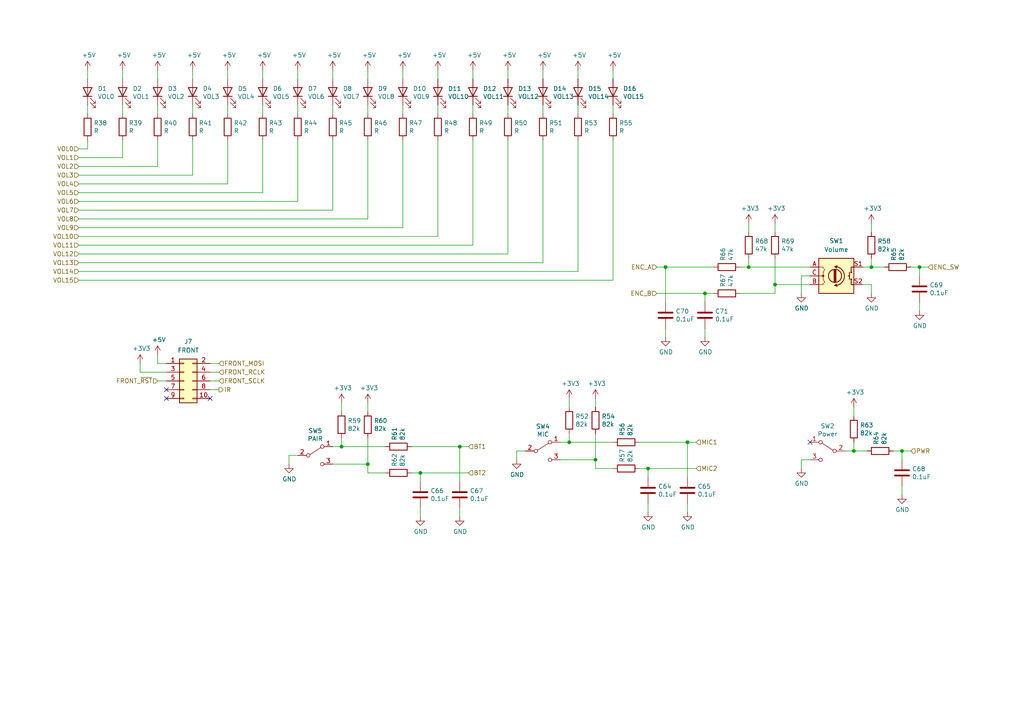
<source format=kicad_sch>
(kicad_sch (version 20201015) (generator eeschema)
  (page 1 7)
  (paper "A4")
  (lib_symbols
    (symbol "Connector_Generic:Conn_02x05_Odd_Even" (pin_names (offset 1.016) hide)
      (property "Reference" "J" (at 1.27 7.62 0))
      (property "Value" "Conn_02x05_Odd_Even" (at 1.27 -7.62 0))
      (symbol "Conn_02x05_Odd_Even_1_1"
        (rectangle (start -1.27 -4.953) (end 0 -5.207) (stroke (width 0.1524)))
        (rectangle (start -1.27 -2.413) (end 0 -2.667) (stroke (width 0.1524)))
        (rectangle (start -1.27 2.667) (end 0 2.413) (stroke (width 0.1524)))
        (rectangle (start -1.27 5.207) (end 0 4.953) (stroke (width 0.1524)))
        (rectangle (start -1.27 6.35) (end 3.81 -6.35) (stroke (width 0.254)) (fill (type background)))
        (rectangle (start -1.27 0.127) (end 0 -0.127) (stroke (width 0.1524)))
        (rectangle (start 3.81 -4.953) (end 2.54 -5.207) (stroke (width 0.1524)))
        (rectangle (start 3.81 -2.413) (end 2.54 -2.667) (stroke (width 0.1524)))
        (rectangle (start 3.81 2.667) (end 2.54 2.413) (stroke (width 0.1524)))
        (rectangle (start 3.81 5.207) (end 2.54 4.953) (stroke (width 0.1524)))
        (rectangle (start 3.81 0.127) (end 2.54 -0.127) (stroke (width 0.1524)))
        (pin passive line (at -5.08 5.08 0) (length 3.81) (name "Pin_1") (number "1"))
        (pin passive line (at 7.62 -5.08 180) (length 3.81) (name "Pin_10") (number "10"))
        (pin passive line (at 7.62 5.08 180) (length 3.81) (name "Pin_2") (number "2"))
        (pin passive line (at -5.08 2.54 0) (length 3.81) (name "Pin_3") (number "3"))
        (pin passive line (at 7.62 2.54 180) (length 3.81) (name "Pin_4") (number "4"))
        (pin passive line (at -5.08 0 0) (length 3.81) (name "Pin_5") (number "5"))
        (pin passive line (at 7.62 0 180) (length 3.81) (name "Pin_6") (number "6"))
        (pin passive line (at -5.08 -2.54 0) (length 3.81) (name "Pin_7") (number "7"))
        (pin passive line (at 7.62 -2.54 180) (length 3.81) (name "Pin_8") (number "8"))
        (pin passive line (at -5.08 -5.08 0) (length 3.81) (name "Pin_9") (number "9"))
      )
    )
    (symbol "Device:C" (pin_numbers hide) (pin_names (offset 0.254))
      (property "Reference" "C" (at 0.635 2.54 0))
      (property "Value" "C" (at 0.635 -2.54 0))
      (symbol "C_0_1"
        (polyline (pts (xy -2.032 -0.762) (xy 2.032 -0.762)) (stroke (width 0.508)))
        (polyline (pts (xy -2.032 0.762) (xy 2.032 0.762)) (stroke (width 0.508)))
      )
      (symbol "C_1_1"
        (pin passive line (at 0 3.81 270) (length 2.794) (name "~") (number "1"))
        (pin passive line (at 0 -3.81 90) (length 2.794) (name "~") (number "2"))
      )
    )
    (symbol "Device:LED" (pin_numbers hide) (pin_names (offset 1.016) hide)
      (property "Reference" "D" (at 0 2.54 0))
      (property "Value" "LED" (at 0 -2.54 0))
      (symbol "LED_0_1"
        (polyline (pts (xy -1.27 -1.27) (xy -1.27 1.27)) (stroke (width 0.254)))
        (polyline (pts (xy -1.27 0) (xy 1.27 0)))
        (polyline (pts (xy 1.27 -1.27) (xy 1.27 1.27) (xy -1.27 0) (xy 1.27 -1.27)) (stroke (width 0.254)))
        (polyline (pts (xy -3.048 -0.762) (xy -4.572 -2.286) (xy -3.81 -2.286) (xy -4.572 -2.286) (xy -4.572 -1.524)))
        (polyline (pts (xy -1.778 -0.762) (xy -3.302 -2.286) (xy -2.54 -2.286) (xy -3.302 -2.286) (xy -3.302 -1.524)))
      )
      (symbol "LED_1_1"
        (pin passive line (at -3.81 0 0) (length 2.54) (name "K") (number "1"))
        (pin passive line (at 3.81 0 180) (length 2.54) (name "A") (number "2"))
      )
    )
    (symbol "Device:R" (pin_numbers hide) (pin_names (offset 0))
      (property "Reference" "R" (at 2.032 0 90))
      (property "Value" "R" (at 0 0 90))
      (symbol "R_0_1"
        (rectangle (start -1.016 -2.54) (end 1.016 2.54) (stroke (width 0.254)))
      )
      (symbol "R_1_1"
        (pin passive line (at 0 3.81 270) (length 1.27) (name "~") (number "1"))
        (pin passive line (at 0 -3.81 90) (length 1.27) (name "~") (number "2"))
      )
    )
    (symbol "Device:RotaryEncoder_Switch" (pin_names (offset 0.254) hide)
      (property "Reference" "SW" (at 0 6.604 0))
      (property "Value" "RotaryEncoder_Switch" (at 0 -6.604 0))
      (symbol "RotaryEncoder_Switch_0_1"
        (arc (start -0.381 -2.794) (end -0.381 2.667) (radius (at -0.381 -0.0508) (length 2.7432) (angles -89.9 89.9)) (stroke (width 0.254)))
        (circle (center -3.81 0) (radius 0.254) (fill (type outline)))
        (circle (center -0.381 0) (radius 1.905) (stroke (width 0.254)))
        (circle (center 4.318 -1.016) (radius 0.127) (stroke (width 0.254)))
        (circle (center 4.318 1.016) (radius 0.127) (stroke (width 0.254)))
        (rectangle (start -5.08 5.08) (end 5.08 -5.08) (stroke (width 0.254)) (fill (type background)))
        (polyline (pts (xy -0.635 -1.778) (xy -0.635 1.778)) (stroke (width 0.254)))
        (polyline (pts (xy -0.381 -1.778) (xy -0.381 1.778)) (stroke (width 0.254)))
        (polyline (pts (xy -0.127 1.778) (xy -0.127 -1.778)) (stroke (width 0.254)))
        (polyline (pts (xy 3.81 0) (xy 3.429 0)) (stroke (width 0.254)))
        (polyline (pts (xy 3.81 1.016) (xy 3.81 -1.016)) (stroke (width 0.254)))
        (polyline (pts (xy -5.08 -2.54) (xy -3.81 -2.54) (xy -3.81 -2.032)))
        (polyline (pts (xy -5.08 2.54) (xy -3.81 2.54) (xy -3.81 2.032)))
        (polyline (pts (xy 0.254 -3.048) (xy -0.508 -2.794) (xy 0.127 -2.413)) (stroke (width 0.254)))
        (polyline (pts (xy 0.254 2.921) (xy -0.508 2.667) (xy 0.127 2.286)) (stroke (width 0.254)))
        (polyline (pts (xy 5.08 -2.54) (xy 4.318 -2.54) (xy 4.318 -1.016)) (stroke (width 0.254)))
        (polyline (pts (xy 5.08 2.54) (xy 4.318 2.54) (xy 4.318 1.016)) (stroke (width 0.254)))
        (polyline (pts (xy -5.08 0) (xy -3.81 0) (xy -3.81 -1.016) (xy -3.302 -2.032)))
        (polyline (pts (xy -4.318 0) (xy -3.81 0) (xy -3.81 1.016) (xy -3.302 2.032)))
      )
      (symbol "RotaryEncoder_Switch_1_1"
        (pin passive line (at -7.62 2.54 0) (length 2.54) (name "A") (number "A"))
        (pin passive line (at -7.62 -2.54 0) (length 2.54) (name "B") (number "B"))
        (pin passive line (at -7.62 0 0) (length 2.54) (name "C") (number "C"))
        (pin passive line (at 7.62 2.54 180) (length 2.54) (name "S1") (number "S1"))
        (pin passive line (at 7.62 -2.54 180) (length 2.54) (name "S2") (number "S2"))
      )
    )
    (symbol "Switch:SW_SPDT" (pin_names (offset 0) hide)
      (property "Reference" "SW" (at 0 4.318 0))
      (property "Value" "SW_SPDT" (at 0 -5.08 0))
      (symbol "SW_SPDT_0_0"
        (circle (center -2.032 0) (radius 0.508))
        (circle (center 2.032 -2.54) (radius 0.508))
      )
      (symbol "SW_SPDT_0_1"
        (circle (center 2.032 2.54) (radius 0.508))
        (polyline (pts (xy -1.524 0.254) (xy 1.651 2.286)))
      )
      (symbol "SW_SPDT_1_1"
        (pin passive line (at 5.08 2.54 180) (length 2.54) (name "A") (number "1"))
        (pin passive line (at -5.08 0 0) (length 2.54) (name "B") (number "2"))
        (pin passive line (at 5.08 -2.54 180) (length 2.54) (name "C") (number "3"))
      )
    )
    (symbol "power:+3V3" (power) (pin_names (offset 0))
      (property "Value" "+3V3" (at 0 3.556 0))
      (symbol "+3V3_0_1"
        (polyline (pts (xy -0.762 1.27) (xy 0 2.54)))
        (polyline (pts (xy 0 0) (xy 0 2.54)))
        (polyline (pts (xy 0 2.54) (xy 0.762 1.27)))
      )
      (symbol "+3V3_1_1"
        (pin power_in line (at 0 0 90) (length 0) hide (name "+3V3") (number "1"))
      )
    )
    (symbol "power:+5V" (power) (pin_names (offset 0))
      (property "Value" "+5V" (at 0 3.556 0))
      (symbol "+5V_0_1"
        (polyline (pts (xy -0.762 1.27) (xy 0 2.54)))
        (polyline (pts (xy 0 0) (xy 0 2.54)))
        (polyline (pts (xy 0 2.54) (xy 0.762 1.27)))
      )
      (symbol "+5V_1_1"
        (pin power_in line (at 0 0 90) (length 0) hide (name "+5V") (number "1"))
      )
    )
    (symbol "power:GND" (power) (pin_names (offset 0))
      (property "Value" "GND" (at 0 -3.81 0))
      (symbol "GND_0_1"
        (polyline (pts (xy 0 0) (xy 0 -1.27) (xy 1.27 -1.27) (xy 0 -2.54) (xy -1.27 -1.27) (xy 0 -1.27)))
      )
      (symbol "GND_1_1"
        (pin power_in line (at 0 0 270) (length 0) hide (name "GND") (number "1"))
      )
    )
  )
  (junction (at 99.06 129.54) (diameter 0.9144))
  (junction (at 106.68 134.62) (diameter 0.9144))
  (junction (at 121.92 137.16) (diameter 0.9144))
  (junction (at 133.35 129.54) (diameter 0.9144))
  (junction (at 165.1 128.27) (diameter 0.9144))
  (junction (at 172.72 133.35) (diameter 0.9144))
  (junction (at 187.96 135.89) (diameter 0.9144))
  (junction (at 193.04 77.47) (diameter 0.9144))
  (junction (at 199.39 128.27) (diameter 0.9144))
  (junction (at 204.47 85.09) (diameter 0.9144))
  (junction (at 217.17 77.47) (diameter 0.9144))
  (junction (at 224.79 82.55) (diameter 0.9144))
  (junction (at 247.65 130.81) (diameter 0.9144))
  (junction (at 252.73 77.47) (diameter 0.9144))
  (junction (at 261.62 130.81) (diameter 0.9144))
  (junction (at 266.7 77.47) (diameter 0.9144))
  (no_connect (at 234.95 128.27))
  (no_connect (at 48.26 113.03))
  (no_connect (at 48.26 115.57))
  (no_connect (at 60.96 115.57))
  (wire (pts (xy 22.86 43.18) (xy 25.4 43.18)))
  (wire (pts (xy 22.86 45.72) (xy 35.56 45.72)))
  (wire (pts (xy 22.86 48.26) (xy 45.72 48.26)))
  (wire (pts (xy 22.86 50.8) (xy 55.88 50.8)))
  (wire (pts (xy 22.86 53.34) (xy 66.04 53.34)))
  (wire (pts (xy 22.86 55.88) (xy 76.2 55.88)))
  (wire (pts (xy 22.86 58.42) (xy 86.36 58.42)))
  (wire (pts (xy 22.86 60.96) (xy 96.52 60.96)))
  (wire (pts (xy 22.86 66.04) (xy 116.84 66.04)))
  (wire (pts (xy 22.86 71.12) (xy 137.16 71.12)))
  (wire (pts (xy 22.86 76.2) (xy 157.48 76.2)))
  (wire (pts (xy 22.86 78.74) (xy 167.64 78.74)))
  (wire (pts (xy 22.86 81.28) (xy 177.8 81.28)))
  (wire (pts (xy 25.4 20.32) (xy 25.4 22.86)))
  (wire (pts (xy 25.4 30.48) (xy 25.4 33.02)))
  (wire (pts (xy 25.4 43.18) (xy 25.4 40.64)))
  (wire (pts (xy 35.56 20.32) (xy 35.56 22.86)))
  (wire (pts (xy 35.56 30.48) (xy 35.56 33.02)))
  (wire (pts (xy 35.56 45.72) (xy 35.56 40.64)))
  (wire (pts (xy 40.64 105.41) (xy 40.64 107.95)))
  (wire (pts (xy 40.64 107.95) (xy 48.26 107.95)))
  (wire (pts (xy 45.72 20.32) (xy 45.72 22.86)))
  (wire (pts (xy 45.72 30.48) (xy 45.72 33.02)))
  (wire (pts (xy 45.72 48.26) (xy 45.72 40.64)))
  (wire (pts (xy 45.72 102.87) (xy 45.72 105.41)))
  (wire (pts (xy 45.72 105.41) (xy 48.26 105.41)))
  (wire (pts (xy 45.72 110.49) (xy 48.26 110.49)))
  (wire (pts (xy 55.88 20.32) (xy 55.88 22.86)))
  (wire (pts (xy 55.88 30.48) (xy 55.88 33.02)))
  (wire (pts (xy 55.88 50.8) (xy 55.88 40.64)))
  (wire (pts (xy 60.96 105.41) (xy 63.5 105.41)))
  (wire (pts (xy 60.96 107.95) (xy 63.5 107.95)))
  (wire (pts (xy 60.96 110.49) (xy 63.5 110.49)))
  (wire (pts (xy 60.96 113.03) (xy 63.5 113.03)))
  (wire (pts (xy 66.04 20.32) (xy 66.04 22.86)))
  (wire (pts (xy 66.04 30.48) (xy 66.04 33.02)))
  (wire (pts (xy 66.04 53.34) (xy 66.04 40.64)))
  (wire (pts (xy 76.2 20.32) (xy 76.2 22.86)))
  (wire (pts (xy 76.2 30.48) (xy 76.2 33.02)))
  (wire (pts (xy 76.2 55.88) (xy 76.2 40.64)))
  (wire (pts (xy 83.82 132.08) (xy 83.82 134.62)))
  (wire (pts (xy 83.82 132.08) (xy 86.36 132.08)))
  (wire (pts (xy 86.36 20.32) (xy 86.36 22.86)))
  (wire (pts (xy 86.36 30.48) (xy 86.36 33.02)))
  (wire (pts (xy 86.36 58.42) (xy 86.36 40.64)))
  (wire (pts (xy 96.52 20.32) (xy 96.52 22.86)))
  (wire (pts (xy 96.52 30.48) (xy 96.52 33.02)))
  (wire (pts (xy 96.52 60.96) (xy 96.52 40.64)))
  (wire (pts (xy 96.52 129.54) (xy 99.06 129.54)))
  (wire (pts (xy 96.52 134.62) (xy 106.68 134.62)))
  (wire (pts (xy 99.06 116.84) (xy 99.06 119.38)))
  (wire (pts (xy 99.06 127) (xy 99.06 129.54)))
  (wire (pts (xy 99.06 129.54) (xy 111.76 129.54)))
  (wire (pts (xy 106.68 20.32) (xy 106.68 22.86)))
  (wire (pts (xy 106.68 30.48) (xy 106.68 33.02)))
  (wire (pts (xy 106.68 40.64) (xy 106.68 63.5)))
  (wire (pts (xy 106.68 63.5) (xy 22.86 63.5)))
  (wire (pts (xy 106.68 116.84) (xy 106.68 119.38)))
  (wire (pts (xy 106.68 134.62) (xy 106.68 127)))
  (wire (pts (xy 106.68 134.62) (xy 106.68 137.16)))
  (wire (pts (xy 106.68 137.16) (xy 111.76 137.16)))
  (wire (pts (xy 116.84 20.32) (xy 116.84 22.86)))
  (wire (pts (xy 116.84 30.48) (xy 116.84 33.02)))
  (wire (pts (xy 116.84 66.04) (xy 116.84 40.64)))
  (wire (pts (xy 121.92 137.16) (xy 119.38 137.16)))
  (wire (pts (xy 121.92 137.16) (xy 135.89 137.16)))
  (wire (pts (xy 121.92 139.7) (xy 121.92 137.16)))
  (wire (pts (xy 121.92 147.32) (xy 121.92 149.86)))
  (wire (pts (xy 127 20.32) (xy 127 22.86)))
  (wire (pts (xy 127 30.48) (xy 127 33.02)))
  (wire (pts (xy 127 40.64) (xy 127 68.58)))
  (wire (pts (xy 127 68.58) (xy 22.86 68.58)))
  (wire (pts (xy 133.35 129.54) (xy 119.38 129.54)))
  (wire (pts (xy 133.35 129.54) (xy 135.89 129.54)))
  (wire (pts (xy 133.35 139.7) (xy 133.35 129.54)))
  (wire (pts (xy 133.35 147.32) (xy 133.35 149.86)))
  (wire (pts (xy 137.16 20.32) (xy 137.16 22.86)))
  (wire (pts (xy 137.16 30.48) (xy 137.16 33.02)))
  (wire (pts (xy 137.16 71.12) (xy 137.16 40.64)))
  (wire (pts (xy 147.32 20.32) (xy 147.32 22.86)))
  (wire (pts (xy 147.32 30.48) (xy 147.32 33.02)))
  (wire (pts (xy 147.32 40.64) (xy 147.32 73.66)))
  (wire (pts (xy 147.32 73.66) (xy 22.86 73.66)))
  (wire (pts (xy 149.86 130.81) (xy 149.86 133.35)))
  (wire (pts (xy 149.86 130.81) (xy 152.4 130.81)))
  (wire (pts (xy 157.48 20.32) (xy 157.48 22.86)))
  (wire (pts (xy 157.48 30.48) (xy 157.48 33.02)))
  (wire (pts (xy 157.48 76.2) (xy 157.48 40.64)))
  (wire (pts (xy 162.56 128.27) (xy 165.1 128.27)))
  (wire (pts (xy 162.56 133.35) (xy 172.72 133.35)))
  (wire (pts (xy 165.1 115.57) (xy 165.1 118.11)))
  (wire (pts (xy 165.1 125.73) (xy 165.1 128.27)))
  (wire (pts (xy 165.1 128.27) (xy 177.8 128.27)))
  (wire (pts (xy 167.64 20.32) (xy 167.64 22.86)))
  (wire (pts (xy 167.64 30.48) (xy 167.64 33.02)))
  (wire (pts (xy 167.64 78.74) (xy 167.64 40.64)))
  (wire (pts (xy 172.72 115.57) (xy 172.72 118.11)))
  (wire (pts (xy 172.72 133.35) (xy 172.72 125.73)))
  (wire (pts (xy 172.72 133.35) (xy 172.72 135.89)))
  (wire (pts (xy 172.72 135.89) (xy 177.8 135.89)))
  (wire (pts (xy 177.8 20.32) (xy 177.8 22.86)))
  (wire (pts (xy 177.8 30.48) (xy 177.8 33.02)))
  (wire (pts (xy 177.8 81.28) (xy 177.8 40.64)))
  (wire (pts (xy 187.96 135.89) (xy 185.42 135.89)))
  (wire (pts (xy 187.96 135.89) (xy 201.93 135.89)))
  (wire (pts (xy 187.96 138.43) (xy 187.96 135.89)))
  (wire (pts (xy 187.96 146.05) (xy 187.96 148.59)))
  (wire (pts (xy 190.5 77.47) (xy 193.04 77.47)))
  (wire (pts (xy 190.5 85.09) (xy 204.47 85.09)))
  (wire (pts (xy 193.04 77.47) (xy 193.04 87.63)))
  (wire (pts (xy 193.04 77.47) (xy 207.01 77.47)))
  (wire (pts (xy 193.04 95.25) (xy 193.04 97.79)))
  (wire (pts (xy 199.39 128.27) (xy 185.42 128.27)))
  (wire (pts (xy 199.39 128.27) (xy 201.93 128.27)))
  (wire (pts (xy 199.39 138.43) (xy 199.39 128.27)))
  (wire (pts (xy 199.39 146.05) (xy 199.39 148.59)))
  (wire (pts (xy 204.47 85.09) (xy 204.47 87.63)))
  (wire (pts (xy 204.47 85.09) (xy 207.01 85.09)))
  (wire (pts (xy 204.47 95.25) (xy 204.47 97.79)))
  (wire (pts (xy 214.63 77.47) (xy 217.17 77.47)))
  (wire (pts (xy 217.17 64.77) (xy 217.17 67.31)))
  (wire (pts (xy 217.17 77.47) (xy 217.17 74.93)))
  (wire (pts (xy 217.17 77.47) (xy 234.95 77.47)))
  (wire (pts (xy 224.79 64.77) (xy 224.79 67.31)))
  (wire (pts (xy 224.79 74.93) (xy 224.79 82.55)))
  (wire (pts (xy 224.79 82.55) (xy 224.79 85.09)))
  (wire (pts (xy 224.79 82.55) (xy 234.95 82.55)))
  (wire (pts (xy 224.79 85.09) (xy 214.63 85.09)))
  (wire (pts (xy 232.41 80.01) (xy 232.41 85.09)))
  (wire (pts (xy 232.41 80.01) (xy 234.95 80.01)))
  (wire (pts (xy 232.41 133.35) (xy 232.41 135.89)))
  (wire (pts (xy 232.41 133.35) (xy 234.95 133.35)))
  (wire (pts (xy 245.11 130.81) (xy 247.65 130.81)))
  (wire (pts (xy 247.65 118.11) (xy 247.65 120.65)))
  (wire (pts (xy 247.65 128.27) (xy 247.65 130.81)))
  (wire (pts (xy 247.65 130.81) (xy 251.46 130.81)))
  (wire (pts (xy 250.19 77.47) (xy 252.73 77.47)))
  (wire (pts (xy 250.19 82.55) (xy 252.73 82.55)))
  (wire (pts (xy 252.73 64.77) (xy 252.73 67.31)))
  (wire (pts (xy 252.73 74.93) (xy 252.73 77.47)))
  (wire (pts (xy 252.73 77.47) (xy 256.54 77.47)))
  (wire (pts (xy 252.73 82.55) (xy 252.73 85.09)))
  (wire (pts (xy 261.62 130.81) (xy 259.08 130.81)))
  (wire (pts (xy 261.62 130.81) (xy 264.16 130.81)))
  (wire (pts (xy 261.62 133.35) (xy 261.62 130.81)))
  (wire (pts (xy 261.62 140.97) (xy 261.62 143.51)))
  (wire (pts (xy 266.7 77.47) (xy 264.16 77.47)))
  (wire (pts (xy 266.7 77.47) (xy 269.24 77.47)))
  (wire (pts (xy 266.7 80.01) (xy 266.7 77.47)))
  (wire (pts (xy 266.7 87.63) (xy 266.7 90.17)))
  (hierarchical_label "VOL0" (shape input) (at 22.86 43.18 180))
  (hierarchical_label "VOL1" (shape input) (at 22.86 45.72 180))
  (hierarchical_label "VOL2" (shape input) (at 22.86 48.26 180))
  (hierarchical_label "VOL3" (shape input) (at 22.86 50.8 180))
  (hierarchical_label "VOL4" (shape input) (at 22.86 53.34 180))
  (hierarchical_label "VOL5" (shape input) (at 22.86 55.88 180))
  (hierarchical_label "VOL6" (shape input) (at 22.86 58.42 180))
  (hierarchical_label "VOL7" (shape input) (at 22.86 60.96 180))
  (hierarchical_label "VOL8" (shape input) (at 22.86 63.5 180))
  (hierarchical_label "VOL9" (shape input) (at 22.86 66.04 180))
  (hierarchical_label "VOL10" (shape input) (at 22.86 68.58 180))
  (hierarchical_label "VOL11" (shape input) (at 22.86 71.12 180))
  (hierarchical_label "VOL12" (shape input) (at 22.86 73.66 180))
  (hierarchical_label "VOL13" (shape input) (at 22.86 76.2 180))
  (hierarchical_label "VOL14" (shape input) (at 22.86 78.74 180))
  (hierarchical_label "VOL15" (shape input) (at 22.86 81.28 180))
  (hierarchical_label "FRONT_~RST" (shape input) (at 45.72 110.49 180))
  (hierarchical_label "FRONT_MOSI" (shape input) (at 63.5 105.41 0))
  (hierarchical_label "FRONT_RCLK" (shape input) (at 63.5 107.95 0))
  (hierarchical_label "FRONT_SCLK" (shape input) (at 63.5 110.49 0))
  (hierarchical_label "IR" (shape output) (at 63.5 113.03 0))
  (hierarchical_label "BT1" (shape input) (at 135.89 129.54 0))
  (hierarchical_label "BT2" (shape input) (at 135.89 137.16 0))
  (hierarchical_label "ENC_A" (shape input) (at 190.5 77.47 180))
  (hierarchical_label "ENC_B" (shape input) (at 190.5 85.09 180))
  (hierarchical_label "MIC1" (shape input) (at 201.93 128.27 0))
  (hierarchical_label "MIC2" (shape input) (at 201.93 135.89 0))
  (hierarchical_label "PWR" (shape input) (at 264.16 130.81 0))
  (hierarchical_label "ENC_SW" (shape input) (at 269.24 77.47 0))
  (symbol (lib_id "power:+5V") (at 25.4 20.32 0) (unit 1)
    (property "Reference" "#PWR0193" (effects hide))
    (property "Value" "+5V" (at 25.7683 15.9956 0))
  )
  (symbol (lib_id "power:+5V") (at 35.56 20.32 0) (unit 1)
    (property "Reference" "#PWR0194" (effects hide))
    (property "Value" "+5V" (at 35.9283 15.9956 0))
  )
  (symbol (lib_id "power:+3V3") (at 40.64 105.41 0) (unit 1)
    (property "Reference" "#PWR0214" (effects hide))
    (property "Value" "+3V3" (at 41.0083 101.0856 0))
  )
  (symbol (lib_id "power:+5V") (at 45.72 20.32 0) (unit 1)
    (property "Reference" "#PWR0190" (effects hide))
    (property "Value" "+5V" (at 46.0883 15.9956 0))
  )
  (symbol (lib_id "power:+5V") (at 45.72 102.87 0) (unit 1)
    (property "Reference" "#PWR0215" (effects hide))
    (property "Value" "+5V" (at 46.0883 98.5456 0))
  )
  (symbol (lib_id "power:+5V") (at 55.88 20.32 0) (unit 1)
    (property "Reference" "#PWR0188" (effects hide))
    (property "Value" "+5V" (at 56.2483 15.9956 0))
  )
  (symbol (lib_id "power:+5V") (at 66.04 20.32 0) (unit 1)
    (property "Reference" "#PWR0189" (effects hide))
    (property "Value" "+5V" (at 66.4083 15.9956 0))
  )
  (symbol (lib_id "power:+5V") (at 76.2 20.32 0) (unit 1)
    (property "Reference" "#PWR0186" (effects hide))
    (property "Value" "+5V" (at 76.5683 15.9956 0))
  )
  (symbol (lib_id "power:+5V") (at 86.36 20.32 0) (unit 1)
    (property "Reference" "#PWR0187" (effects hide))
    (property "Value" "+5V" (at 86.7283 15.9956 0))
  )
  (symbol (lib_id "power:+5V") (at 96.52 20.32 0) (unit 1)
    (property "Reference" "#PWR0192" (effects hide))
    (property "Value" "+5V" (at 96.8883 15.9956 0))
  )
  (symbol (lib_id "power:+3V3") (at 99.06 116.84 0) (unit 1)
    (property "Reference" "#PWR0203" (effects hide))
    (property "Value" "+3V3" (at 99.4283 112.5156 0))
  )
  (symbol (lib_id "power:+5V") (at 106.68 20.32 0) (unit 1)
    (property "Reference" "#PWR0191" (effects hide))
    (property "Value" "+5V" (at 107.0483 15.9956 0))
  )
  (symbol (lib_id "power:+3V3") (at 106.68 116.84 0) (unit 1)
    (property "Reference" "#PWR0202" (effects hide))
    (property "Value" "+3V3" (at 107.0483 112.5156 0))
  )
  (symbol (lib_id "power:+5V") (at 116.84 20.32 0) (unit 1)
    (property "Reference" "#PWR0183" (effects hide))
    (property "Value" "+5V" (at 117.2083 15.9956 0))
  )
  (symbol (lib_id "power:+5V") (at 127 20.32 0) (unit 1)
    (property "Reference" "#PWR0185" (effects hide))
    (property "Value" "+5V" (at 127.3683 15.9956 0))
  )
  (symbol (lib_id "power:+5V") (at 137.16 20.32 0) (unit 1)
    (property "Reference" "#PWR0184" (effects hide))
    (property "Value" "+5V" (at 137.5283 15.9956 0))
  )
  (symbol (lib_id "power:+5V") (at 147.32 20.32 0) (unit 1)
    (property "Reference" "#PWR0179" (effects hide))
    (property "Value" "+5V" (at 147.6883 15.9956 0))
  )
  (symbol (lib_id "power:+5V") (at 157.48 20.32 0) (unit 1)
    (property "Reference" "#PWR0180" (effects hide))
    (property "Value" "+5V" (at 157.8483 15.9956 0))
  )
  (symbol (lib_id "power:+3V3") (at 165.1 115.57 0) (unit 1)
    (property "Reference" "#PWR0195" (effects hide))
    (property "Value" "+3V3" (at 165.4683 111.2456 0))
  )
  (symbol (lib_id "power:+5V") (at 167.64 20.32 0) (unit 1)
    (property "Reference" "#PWR0181" (effects hide))
    (property "Value" "+5V" (at 168.0083 15.9956 0))
  )
  (symbol (lib_id "power:+3V3") (at 172.72 115.57 0) (unit 1)
    (property "Reference" "#PWR0196" (effects hide))
    (property "Value" "+3V3" (at 173.0883 111.2456 0))
  )
  (symbol (lib_id "power:+5V") (at 177.8 20.32 0) (unit 1)
    (property "Reference" "#PWR0182" (effects hide))
    (property "Value" "+5V" (at 178.1683 15.9956 0))
  )
  (symbol (lib_id "power:+3V3") (at 217.17 64.77 0) (unit 1)
    (property "Reference" "#PWR0210" (effects hide))
    (property "Value" "+3V3" (at 217.5383 60.4456 0))
  )
  (symbol (lib_id "power:+3V3") (at 224.79 64.77 0) (unit 1)
    (property "Reference" "#PWR0211" (effects hide))
    (property "Value" "+3V3" (at 225.1583 60.4456 0))
  )
  (symbol (lib_id "power:+3V3") (at 247.65 118.11 0) (unit 1)
    (property "Reference" "#PWR0206" (effects hide))
    (property "Value" "+3V3" (at 248.0183 113.7856 0))
  )
  (symbol (lib_id "power:+3V3") (at 252.73 64.77 0) (unit 1)
    (property "Reference" "#PWR0207" (effects hide))
    (property "Value" "+3V3" (at 253.0983 60.4456 0))
  )
  (symbol (lib_id "power:GND") (at 83.82 134.62 0) (unit 1)
    (property "Reference" "#PWR0178" (effects hide))
    (property "Value" "GND" (at 83.9343 138.9444 0))
  )
  (symbol (lib_id "power:GND") (at 121.92 149.86 0) (unit 1)
    (property "Reference" "#PWR0197" (effects hide))
    (property "Value" "GND" (at 122.0343 154.1844 0))
  )
  (symbol (lib_id "power:GND") (at 133.35 149.86 0) (unit 1)
    (property "Reference" "#PWR0201" (effects hide))
    (property "Value" "GND" (at 133.4643 154.1844 0))
  )
  (symbol (lib_id "power:GND") (at 149.86 133.35 0) (unit 1)
    (property "Reference" "#PWR0162" (effects hide))
    (property "Value" "GND" (at 149.9743 137.6744 0))
  )
  (symbol (lib_id "power:GND") (at 187.96 148.59 0) (unit 1)
    (property "Reference" "#PWR0199" (effects hide))
    (property "Value" "GND" (at 188.0743 152.9144 0))
  )
  (symbol (lib_id "power:GND") (at 193.04 97.79 0) (unit 1)
    (property "Reference" "#PWR0213" (effects hide))
    (property "Value" "GND" (at 193.1543 102.1144 0))
  )
  (symbol (lib_id "power:GND") (at 199.39 148.59 0) (unit 1)
    (property "Reference" "#PWR0200" (effects hide))
    (property "Value" "GND" (at 199.5043 152.9144 0))
  )
  (symbol (lib_id "power:GND") (at 204.47 97.79 0) (unit 1)
    (property "Reference" "#PWR0212" (effects hide))
    (property "Value" "GND" (at 204.5843 102.1144 0))
  )
  (symbol (lib_id "power:GND") (at 232.41 85.09 0) (unit 1)
    (property "Reference" "#PWR0198" (effects hide))
    (property "Value" "GND" (at 232.5243 89.4144 0))
  )
  (symbol (lib_id "power:GND") (at 232.41 135.89 0) (unit 1)
    (property "Reference" "#PWR0204" (effects hide))
    (property "Value" "GND" (at 232.5243 140.2144 0))
  )
  (symbol (lib_id "power:GND") (at 252.73 85.09 0) (unit 1)
    (property "Reference" "#PWR0208" (effects hide))
    (property "Value" "GND" (at 252.8443 89.4144 0))
  )
  (symbol (lib_id "power:GND") (at 261.62 143.51 0) (unit 1)
    (property "Reference" "#PWR0205" (effects hide))
    (property "Value" "GND" (at 261.7343 147.8344 0))
  )
  (symbol (lib_id "power:GND") (at 266.7 90.17 0) (unit 1)
    (property "Reference" "#PWR0209" (effects hide))
    (property "Value" "GND" (at 266.8143 94.4944 0))
  )
  (symbol (lib_id "Device:R") (at 25.4 36.83 0) (unit 1)
    (property "Reference" "R38" (at 27.1781 35.6806 0) (effects (justify left)))
    (property "Value" "R" (at 27.1781 37.9793 0) (effects (justify left)))
    (property "Footprint" "Resistor_SMD:R_0603_1608Metric" (effects hide))
  )
  (symbol (lib_id "Device:R") (at 35.56 36.83 0) (unit 1)
    (property "Reference" "R39" (at 37.3381 35.6806 0) (effects (justify left)))
    (property "Value" "R" (at 37.3381 37.9793 0) (effects (justify left)))
    (property "Footprint" "Resistor_SMD:R_0603_1608Metric" (effects hide))
  )
  (symbol (lib_id "Device:R") (at 45.72 36.83 0) (unit 1)
    (property "Reference" "R40" (at 47.4981 35.6806 0) (effects (justify left)))
    (property "Value" "R" (at 47.4981 37.9793 0) (effects (justify left)))
    (property "Footprint" "Resistor_SMD:R_0603_1608Metric" (effects hide))
  )
  (symbol (lib_id "Device:R") (at 55.88 36.83 0) (unit 1)
    (property "Reference" "R41" (at 57.6581 35.6806 0) (effects (justify left)))
    (property "Value" "R" (at 57.6581 37.9793 0) (effects (justify left)))
    (property "Footprint" "Resistor_SMD:R_0603_1608Metric" (effects hide))
  )
  (symbol (lib_id "Device:R") (at 66.04 36.83 0) (unit 1)
    (property "Reference" "R42" (at 67.8181 35.6806 0) (effects (justify left)))
    (property "Value" "R" (at 67.8181 37.9793 0) (effects (justify left)))
    (property "Footprint" "Resistor_SMD:R_0603_1608Metric" (effects hide))
  )
  (symbol (lib_id "Device:R") (at 76.2 36.83 0) (unit 1)
    (property "Reference" "R43" (at 77.9781 35.6806 0) (effects (justify left)))
    (property "Value" "R" (at 77.9781 37.9793 0) (effects (justify left)))
    (property "Footprint" "Resistor_SMD:R_0603_1608Metric" (effects hide))
  )
  (symbol (lib_id "Device:R") (at 86.36 36.83 0) (unit 1)
    (property "Reference" "R44" (at 88.1381 35.6806 0) (effects (justify left)))
    (property "Value" "R" (at 88.1381 37.9793 0) (effects (justify left)))
    (property "Footprint" "Resistor_SMD:R_0603_1608Metric" (effects hide))
  )
  (symbol (lib_id "Device:R") (at 96.52 36.83 0) (unit 1)
    (property "Reference" "R45" (at 98.2981 35.6806 0) (effects (justify left)))
    (property "Value" "R" (at 98.2981 37.9793 0) (effects (justify left)))
    (property "Footprint" "Resistor_SMD:R_0603_1608Metric" (effects hide))
  )
  (symbol (lib_id "Device:R") (at 99.06 123.19 0) (unit 1)
    (property "Reference" "R59" (at 100.8381 122.0406 0) (effects (justify left)))
    (property "Value" "82k" (at 100.838 124.339 0) (effects (justify left)))
    (property "Footprint" "Resistor_SMD:R_0603_1608Metric" (effects hide))
  )
  (symbol (lib_id "Device:R") (at 106.68 36.83 0) (unit 1)
    (property "Reference" "R46" (at 108.4581 35.6806 0) (effects (justify left)))
    (property "Value" "R" (at 108.4581 37.9793 0) (effects (justify left)))
    (property "Footprint" "Resistor_SMD:R_0603_1608Metric" (effects hide))
  )
  (symbol (lib_id "Device:R") (at 106.68 123.19 0) (unit 1)
    (property "Reference" "R60" (at 108.4581 122.0406 0) (effects (justify left)))
    (property "Value" "82k" (at 108.458 124.339 0) (effects (justify left)))
    (property "Footprint" "Resistor_SMD:R_0603_1608Metric" (effects hide))
  )
  (symbol (lib_id "Device:R") (at 115.57 129.54 90) (unit 1)
    (property "Reference" "R61" (at 114.4206 127.7619 0) (effects (justify left)))
    (property "Value" "82k" (at 116.719 127.762 0) (effects (justify left)))
    (property "Footprint" "Resistor_SMD:R_0603_1608Metric" (effects hide))
  )
  (symbol (lib_id "Device:R") (at 115.57 137.16 90) (unit 1)
    (property "Reference" "R62" (at 114.4206 135.3819 0) (effects (justify left)))
    (property "Value" "82k" (at 116.719 135.382 0) (effects (justify left)))
    (property "Footprint" "Resistor_SMD:R_0603_1608Metric" (effects hide))
  )
  (symbol (lib_id "Device:R") (at 116.84 36.83 0) (unit 1)
    (property "Reference" "R47" (at 118.6181 35.6806 0) (effects (justify left)))
    (property "Value" "R" (at 118.6181 37.9793 0) (effects (justify left)))
    (property "Footprint" "Resistor_SMD:R_0603_1608Metric" (effects hide))
  )
  (symbol (lib_id "Device:R") (at 127 36.83 0) (unit 1)
    (property "Reference" "R48" (at 128.7781 35.6806 0) (effects (justify left)))
    (property "Value" "R" (at 128.7781 37.9793 0) (effects (justify left)))
    (property "Footprint" "Resistor_SMD:R_0603_1608Metric" (effects hide))
  )
  (symbol (lib_id "Device:R") (at 137.16 36.83 0) (unit 1)
    (property "Reference" "R49" (at 138.9381 35.6806 0) (effects (justify left)))
    (property "Value" "R" (at 138.9381 37.9793 0) (effects (justify left)))
    (property "Footprint" "Resistor_SMD:R_0603_1608Metric" (effects hide))
  )
  (symbol (lib_id "Device:R") (at 147.32 36.83 0) (unit 1)
    (property "Reference" "R50" (at 149.0981 35.6806 0) (effects (justify left)))
    (property "Value" "R" (at 149.0981 37.9793 0) (effects (justify left)))
    (property "Footprint" "Resistor_SMD:R_0603_1608Metric" (effects hide))
  )
  (symbol (lib_id "Device:R") (at 157.48 36.83 0) (unit 1)
    (property "Reference" "R51" (at 159.2581 35.6806 0) (effects (justify left)))
    (property "Value" "R" (at 159.2581 37.9793 0) (effects (justify left)))
    (property "Footprint" "Resistor_SMD:R_0603_1608Metric" (effects hide))
  )
  (symbol (lib_id "Device:R") (at 165.1 121.92 0) (unit 1)
    (property "Reference" "R52" (at 166.8781 120.7706 0) (effects (justify left)))
    (property "Value" "82k" (at 166.878 123.069 0) (effects (justify left)))
    (property "Footprint" "Resistor_SMD:R_0603_1608Metric" (effects hide))
  )
  (symbol (lib_id "Device:R") (at 167.64 36.83 0) (unit 1)
    (property "Reference" "R53" (at 169.4181 35.6806 0) (effects (justify left)))
    (property "Value" "R" (at 169.4181 37.9793 0) (effects (justify left)))
    (property "Footprint" "Resistor_SMD:R_0603_1608Metric" (effects hide))
  )
  (symbol (lib_id "Device:R") (at 172.72 121.92 0) (unit 1)
    (property "Reference" "R54" (at 174.4981 120.7706 0) (effects (justify left)))
    (property "Value" "82k" (at 174.498 123.069 0) (effects (justify left)))
    (property "Footprint" "Resistor_SMD:R_0603_1608Metric" (effects hide))
  )
  (symbol (lib_id "Device:R") (at 177.8 36.83 0) (unit 1)
    (property "Reference" "R55" (at 179.5781 35.6806 0) (effects (justify left)))
    (property "Value" "R" (at 179.5781 37.9793 0) (effects (justify left)))
    (property "Footprint" "Resistor_SMD:R_0603_1608Metric" (effects hide))
  )
  (symbol (lib_id "Device:R") (at 181.61 128.27 90) (unit 1)
    (property "Reference" "R56" (at 180.4606 126.4919 0) (effects (justify left)))
    (property "Value" "82k" (at 182.759 126.492 0) (effects (justify left)))
    (property "Footprint" "Resistor_SMD:R_0603_1608Metric" (effects hide))
  )
  (symbol (lib_id "Device:R") (at 181.61 135.89 90) (unit 1)
    (property "Reference" "R57" (at 180.4606 134.1119 0) (effects (justify left)))
    (property "Value" "82k" (at 182.759 134.112 0) (effects (justify left)))
    (property "Footprint" "Resistor_SMD:R_0603_1608Metric" (effects hide))
  )
  (symbol (lib_id "Device:R") (at 210.82 77.47 90) (unit 1)
    (property "Reference" "R66" (at 209.6706 75.6919 0) (effects (justify left)))
    (property "Value" "47k" (at 211.969 75.692 0) (effects (justify left)))
    (property "Footprint" "Resistor_SMD:R_0603_1608Metric" (effects hide))
  )
  (symbol (lib_id "Device:R") (at 210.82 85.09 90) (unit 1)
    (property "Reference" "R67" (at 209.6706 83.3119 0) (effects (justify left)))
    (property "Value" "47k" (at 211.969 83.312 0) (effects (justify left)))
    (property "Footprint" "Resistor_SMD:R_0603_1608Metric" (effects hide))
  )
  (symbol (lib_id "Device:R") (at 217.17 71.12 0) (unit 1)
    (property "Reference" "R68" (at 218.9481 69.9706 0) (effects (justify left)))
    (property "Value" "47k" (at 218.948 72.269 0) (effects (justify left)))
    (property "Footprint" "Resistor_SMD:R_0603_1608Metric" (effects hide))
  )
  (symbol (lib_id "Device:R") (at 224.79 71.12 0) (unit 1)
    (property "Reference" "R69" (at 226.5681 69.9706 0) (effects (justify left)))
    (property "Value" "47k" (at 226.568 72.269 0) (effects (justify left)))
    (property "Footprint" "Resistor_SMD:R_0603_1608Metric" (effects hide))
  )
  (symbol (lib_id "Device:R") (at 247.65 124.46 0) (unit 1)
    (property "Reference" "R63" (at 249.4281 123.3106 0) (effects (justify left)))
    (property "Value" "82k" (at 249.428 125.609 0) (effects (justify left)))
    (property "Footprint" "Resistor_SMD:R_0603_1608Metric" (effects hide))
  )
  (symbol (lib_id "Device:R") (at 252.73 71.12 0) (unit 1)
    (property "Reference" "R58" (at 254.5081 69.9706 0) (effects (justify left)))
    (property "Value" "82k" (at 254.508 72.269 0) (effects (justify left)))
    (property "Footprint" "Resistor_SMD:R_0603_1608Metric" (effects hide))
  )
  (symbol (lib_id "Device:R") (at 255.27 130.81 90) (unit 1)
    (property "Reference" "R64" (at 254.1206 129.0319 0) (effects (justify left)))
    (property "Value" "82k" (at 256.419 129.032 0) (effects (justify left)))
    (property "Footprint" "Resistor_SMD:R_0603_1608Metric" (effects hide))
  )
  (symbol (lib_id "Device:R") (at 260.35 77.47 90) (unit 1)
    (property "Reference" "R65" (at 259.2006 75.6919 0) (effects (justify left)))
    (property "Value" "82k" (at 261.499 75.692 0) (effects (justify left)))
    (property "Footprint" "Resistor_SMD:R_0603_1608Metric" (effects hide))
  )
  (symbol (lib_id "Device:LED") (at 25.4 26.67 90) (unit 1)
    (property "Reference" "D1" (at 28.3211 25.7111 90) (effects (justify right)))
    (property "Value" "VOL0" (at 28.321 28.01 90) (effects (justify right)))
    (property "Footprint" "HackAmp-Footprints:LED_0603_1608Metric_SideView_Inolux" (effects hide))
    (property "Part Name" "Inolux IN-S63AS5B" (effects hide))
  )
  (symbol (lib_id "Device:LED") (at 35.56 26.67 90) (unit 1)
    (property "Reference" "D2" (at 38.4811 25.7111 90) (effects (justify right)))
    (property "Value" "VOL1" (at 38.481 28.01 90) (effects (justify right)))
    (property "Footprint" "HackAmp-Footprints:LED_0603_1608Metric_SideView_Inolux" (effects hide))
    (property "Part Name" "Inolux IN-S63AS5B" (effects hide))
  )
  (symbol (lib_id "Device:LED") (at 45.72 26.67 90) (unit 1)
    (property "Reference" "D3" (at 48.6411 25.7111 90) (effects (justify right)))
    (property "Value" "VOL2" (at 48.641 28.01 90) (effects (justify right)))
    (property "Footprint" "HackAmp-Footprints:LED_0603_1608Metric_SideView_Inolux" (effects hide))
    (property "Part Name" "Inolux IN-S63AS5B" (effects hide))
  )
  (symbol (lib_id "Device:LED") (at 55.88 26.67 90) (unit 1)
    (property "Reference" "D4" (at 58.8011 25.7111 90) (effects (justify right)))
    (property "Value" "VOL3" (at 58.801 28.01 90) (effects (justify right)))
    (property "Footprint" "HackAmp-Footprints:LED_0603_1608Metric_SideView_Inolux" (effects hide))
    (property "Part Name" "Inolux IN-S63AS5B" (effects hide))
  )
  (symbol (lib_id "Device:LED") (at 66.04 26.67 90) (unit 1)
    (property "Reference" "D5" (at 68.9611 25.7111 90) (effects (justify right)))
    (property "Value" "VOL4" (at 68.961 28.01 90) (effects (justify right)))
    (property "Footprint" "HackAmp-Footprints:LED_0603_1608Metric_SideView_Inolux" (effects hide))
    (property "Part Name" "Inolux IN-S63AS5B" (effects hide))
  )
  (symbol (lib_id "Device:LED") (at 76.2 26.67 90) (unit 1)
    (property "Reference" "D6" (at 79.1211 25.7111 90) (effects (justify right)))
    (property "Value" "VOL5" (at 79.121 28.01 90) (effects (justify right)))
    (property "Footprint" "HackAmp-Footprints:LED_0603_1608Metric_SideView_Inolux" (effects hide))
    (property "Part Name" "Inolux IN-S63AS5B" (effects hide))
  )
  (symbol (lib_id "Device:LED") (at 86.36 26.67 90) (unit 1)
    (property "Reference" "D7" (at 89.2811 25.7111 90) (effects (justify right)))
    (property "Value" "VOL6" (at 89.281 28.01 90) (effects (justify right)))
    (property "Footprint" "HackAmp-Footprints:LED_0603_1608Metric_SideView_Inolux" (effects hide))
    (property "Part Name" "Inolux IN-S63AS5B" (effects hide))
  )
  (symbol (lib_id "Device:LED") (at 96.52 26.67 90) (unit 1)
    (property "Reference" "D8" (at 99.4411 25.7111 90) (effects (justify right)))
    (property "Value" "VOL7" (at 99.441 28.01 90) (effects (justify right)))
    (property "Footprint" "HackAmp-Footprints:LED_0603_1608Metric_SideView_Inolux" (effects hide))
    (property "Part Name" "Inolux IN-S63AS5B" (effects hide))
  )
  (symbol (lib_id "Device:LED") (at 106.68 26.67 90) (unit 1)
    (property "Reference" "D9" (at 109.6011 25.7111 90) (effects (justify right)))
    (property "Value" "VOL8" (at 109.601 28.01 90) (effects (justify right)))
    (property "Footprint" "HackAmp-Footprints:LED_0603_1608Metric_SideView_Inolux" (effects hide))
    (property "Part Name" "Inolux IN-S63AS5B" (effects hide))
  )
  (symbol (lib_id "Device:LED") (at 116.84 26.67 90) (unit 1)
    (property "Reference" "D10" (at 119.7611 25.7111 90) (effects (justify right)))
    (property "Value" "VOL9" (at 119.761 28.01 90) (effects (justify right)))
    (property "Footprint" "HackAmp-Footprints:LED_0603_1608Metric_SideView_Inolux" (effects hide))
    (property "Part Name" "Inolux IN-S63AS5B" (effects hide))
  )
  (symbol (lib_id "Device:LED") (at 127 26.67 90) (unit 1)
    (property "Reference" "D11" (at 129.9211 25.7111 90) (effects (justify right)))
    (property "Value" "VOL10" (at 129.921 28.01 90) (effects (justify right)))
    (property "Footprint" "HackAmp-Footprints:LED_0603_1608Metric_SideView_Inolux" (effects hide))
    (property "Part Name" "Inolux IN-S63AS5B" (effects hide))
  )
  (symbol (lib_id "Device:LED") (at 137.16 26.67 90) (unit 1)
    (property "Reference" "D12" (at 140.0811 25.7111 90) (effects (justify right)))
    (property "Value" "VOL11" (at 140.081 28.01 90) (effects (justify right)))
    (property "Footprint" "HackAmp-Footprints:LED_0603_1608Metric_SideView_Inolux" (effects hide))
    (property "Part Name" "Inolux IN-S63AS5B" (effects hide))
  )
  (symbol (lib_id "Device:LED") (at 147.32 26.67 90) (unit 1)
    (property "Reference" "D13" (at 150.2411 25.7111 90) (effects (justify right)))
    (property "Value" "VOL12" (at 150.241 28.01 90) (effects (justify right)))
    (property "Footprint" "HackAmp-Footprints:LED_0603_1608Metric_SideView_Inolux" (effects hide))
    (property "Part Name" "Inolux IN-S63AS5B" (effects hide))
  )
  (symbol (lib_id "Device:LED") (at 157.48 26.67 90) (unit 1)
    (property "Reference" "D14" (at 160.4011 25.7111 90) (effects (justify right)))
    (property "Value" "VOL13" (at 160.401 28.01 90) (effects (justify right)))
    (property "Footprint" "HackAmp-Footprints:LED_0603_1608Metric_SideView_Inolux" (effects hide))
    (property "Part Name" "Inolux IN-S63AS5B" (effects hide))
  )
  (symbol (lib_id "Device:LED") (at 167.64 26.67 90) (unit 1)
    (property "Reference" "D15" (at 170.5611 25.7111 90) (effects (justify right)))
    (property "Value" "VOL14" (at 170.561 28.01 90) (effects (justify right)))
    (property "Footprint" "HackAmp-Footprints:LED_0603_1608Metric_SideView_Inolux" (effects hide))
    (property "Part Name" "Inolux IN-S63AS5B" (effects hide))
  )
  (symbol (lib_id "Device:LED") (at 177.8 26.67 90) (unit 1)
    (property "Reference" "D16" (at 180.7211 25.7111 90) (effects (justify right)))
    (property "Value" "VOL15" (at 180.721 28.01 90) (effects (justify right)))
    (property "Footprint" "HackAmp-Footprints:LED_0603_1608Metric_SideView_Inolux" (effects hide))
    (property "Part Name" "Inolux IN-S63AS5B" (effects hide))
  )
  (symbol (lib_id "Device:C") (at 121.92 143.51 0) (unit 1)
    (property "Reference" "C66" (at 124.8411 142.3606 0) (effects (justify left)))
    (property "Value" "0.1uF" (at 124.841 144.659 0) (effects (justify left)))
    (property "Footprint" "Capacitor_SMD:C_0603_1608Metric" (effects hide))
  )
  (symbol (lib_id "Device:C") (at 133.35 143.51 0) (unit 1)
    (property "Reference" "C67" (at 136.2711 142.3606 0) (effects (justify left)))
    (property "Value" "0.1uF" (at 136.271 144.659 0) (effects (justify left)))
    (property "Footprint" "Capacitor_SMD:C_0603_1608Metric" (effects hide))
  )
  (symbol (lib_id "Device:C") (at 187.96 142.24 0) (unit 1)
    (property "Reference" "C64" (at 190.8811 141.0906 0) (effects (justify left)))
    (property "Value" "0.1uF" (at 190.881 143.389 0) (effects (justify left)))
    (property "Footprint" "Capacitor_SMD:C_0603_1608Metric" (effects hide))
  )
  (symbol (lib_id "Device:C") (at 193.04 91.44 0) (unit 1)
    (property "Reference" "C70" (at 195.9611 90.2906 0) (effects (justify left)))
    (property "Value" "0.1uF" (at 195.961 92.589 0) (effects (justify left)))
    (property "Footprint" "Capacitor_SMD:C_0603_1608Metric" (effects hide))
  )
  (symbol (lib_id "Device:C") (at 199.39 142.24 0) (unit 1)
    (property "Reference" "C65" (at 202.3111 141.0906 0) (effects (justify left)))
    (property "Value" "0.1uF" (at 202.311 143.389 0) (effects (justify left)))
    (property "Footprint" "Capacitor_SMD:C_0603_1608Metric" (effects hide))
  )
  (symbol (lib_id "Device:C") (at 204.47 91.44 0) (unit 1)
    (property "Reference" "C71" (at 207.3911 90.2906 0) (effects (justify left)))
    (property "Value" "0.1uF" (at 207.391 92.589 0) (effects (justify left)))
    (property "Footprint" "Capacitor_SMD:C_0603_1608Metric" (effects hide))
  )
  (symbol (lib_id "Device:C") (at 261.62 137.16 0) (unit 1)
    (property "Reference" "C68" (at 264.5411 136.0106 0) (effects (justify left)))
    (property "Value" "0.1uF" (at 264.541 138.309 0) (effects (justify left)))
    (property "Footprint" "Capacitor_SMD:C_0603_1608Metric" (effects hide))
  )
  (symbol (lib_id "Device:C") (at 266.7 83.82 0) (unit 1)
    (property "Reference" "C69" (at 269.6211 82.6706 0) (effects (justify left)))
    (property "Value" "0.1uF" (at 269.621 84.969 0) (effects (justify left)))
    (property "Footprint" "Capacitor_SMD:C_0603_1608Metric" (effects hide))
  )
  (symbol (lib_id "Switch:SW_SPDT") (at 91.44 132.08 0) (unit 1)
    (property "Reference" "SW5" (at 91.44 124.9488 0))
    (property "Value" "PAIR" (at 91.44 127.247 0))
    (property "Footprint" "HackAmp-Footprints:SW_Lever_1P2T_E-Switch_SP1T2B4M7QE" (effects hide))
    (property "Part Name" "E-Switch 100SP5T2B4M7RE" (effects hide))
  )
  (symbol (lib_id "Switch:SW_SPDT") (at 157.48 130.81 0) (unit 1)
    (property "Reference" "SW4" (at 157.48 123.6788 0))
    (property "Value" "MIC" (at 157.48 125.977 0))
    (property "Footprint" "HackAmp-Footprints:SW_Lever_1P2T_E-Switch_SP1T2B4M7QE" (effects hide))
    (property "Part Name" "E-Switch 100SP5T2B4M7RE" (effects hide))
  )
  (symbol (lib_id "Switch:SW_SPDT") (at 240.03 130.81 0) (mirror y) (unit 1)
    (property "Reference" "SW2" (at 240.03 123.571 0))
    (property "Value" "Power" (at 240.03 125.8824 0))
    (property "Footprint" "HackAmp-Footprints:SW_Lever_1P2T_E-Switch_SP1T2B4M7QE" (effects hide))
    (property "Part Name" "E-Switch 100SP1T2B4M7RE" (effects hide))
  )
  (symbol (lib_id "Device:RotaryEncoder_Switch") (at 242.57 80.01 0) (unit 1)
    (property "Reference" "SW1" (at 242.57 69.85 0))
    (property "Value" "Volume" (at 242.57 72.39 0))
    (property "Footprint" "HackAmp-Footprints:RotaryEncoder_TTElectronics_EN12-VS_Vertical_L17.5mm" (effects hide))
    (property "Part Name" "TT Electronics EN12-VS11AF18" (effects hide))
  )
  (symbol (lib_id "Connector_Generic:Conn_02x05_Odd_Even") (at 53.34 110.49 0) (unit 1)
    (property "Reference" "J7" (at 54.61 99.06 0))
    (property "Value" "FRONT" (at 54.61 101.6 0))
    (property "Footprint" "Connector_IDC:IDC-Header_2x05_P2.54mm_Vertical" (effects hide))
  )
)
</source>
